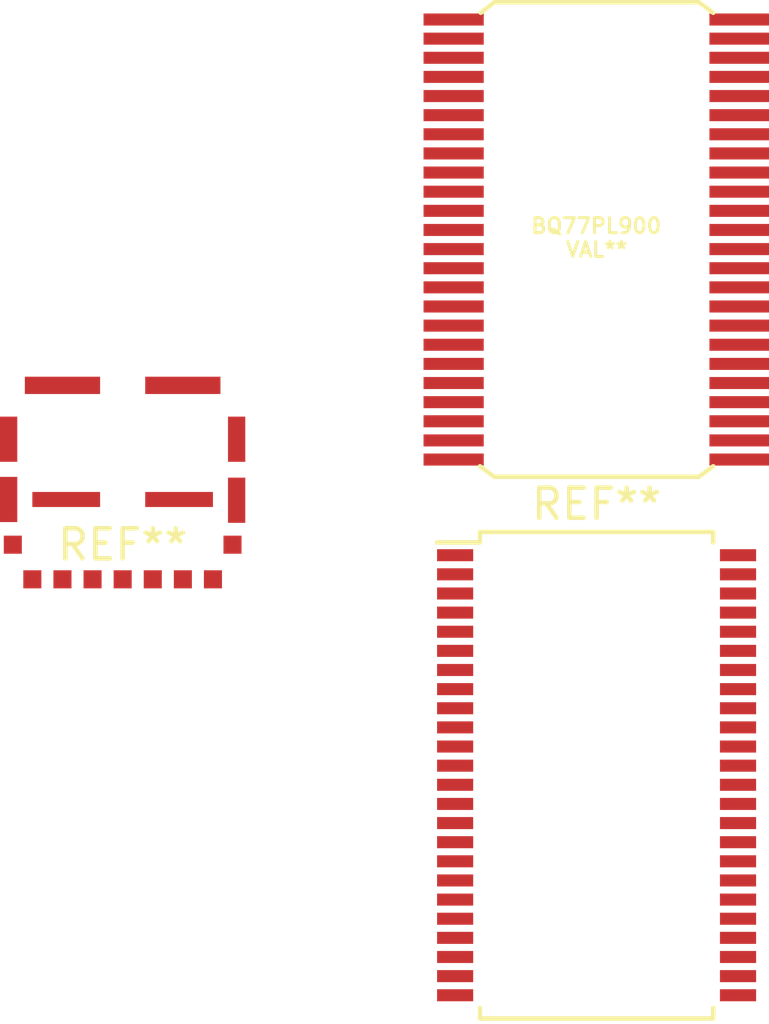
<source format=kicad_pcb>
(kicad_pcb (version 4) (host pcbnew 4.0.1+dfsg1-stable)

  (general
    (links 0)
    (no_connects 0)
    (area 147.945287 104.825999 177.174714 140.839)
    (thickness 1.6)
    (drawings 0)
    (tracks 0)
    (zones 0)
    (modules 3)
    (nets 1)
  )

  (page A3)
  (layers
    (0 F.Cu signal)
    (31 B.Cu signal)
    (32 B.Adhes user)
    (33 F.Adhes user)
    (34 B.Paste user)
    (35 F.Paste user)
    (36 B.SilkS user)
    (37 F.SilkS user)
    (38 B.Mask user)
    (39 F.Mask user)
    (40 Dwgs.User user)
    (41 Cmts.User user)
    (42 Eco1.User user)
    (43 Eco2.User user)
    (44 Edge.Cuts user)
  )

  (setup
    (last_trace_width 0.254)
    (trace_clearance 0.254)
    (zone_clearance 0.508)
    (zone_45_only no)
    (trace_min 0.254)
    (segment_width 0.2)
    (edge_width 0.1)
    (via_size 0.889)
    (via_drill 0.635)
    (via_min_size 0.889)
    (via_min_drill 0.508)
    (uvia_size 0.508)
    (uvia_drill 0.127)
    (uvias_allowed no)
    (uvia_min_size 0.508)
    (uvia_min_drill 0.127)
    (pcb_text_width 0.3)
    (pcb_text_size 1.5 1.5)
    (mod_edge_width 0.15)
    (mod_text_size 1 1)
    (mod_text_width 0.15)
    (pad_size 2 0.4)
    (pad_drill 0)
    (pad_to_mask_clearance 0)
    (aux_axis_origin 0 0)
    (visible_elements FFFFFFBF)
    (pcbplotparams
      (layerselection 0x00030_80000001)
      (usegerberextensions true)
      (excludeedgelayer true)
      (linewidth 0.150000)
      (plotframeref false)
      (viasonmask false)
      (mode 1)
      (useauxorigin false)
      (hpglpennumber 1)
      (hpglpenspeed 20)
      (hpglpendiameter 15)
      (hpglpenoverlay 2)
      (psnegative false)
      (psa4output false)
      (plotreference true)
      (plotvalue true)
      (plotinvisibletext false)
      (padsonsilk false)
      (subtractmaskfromsilk false)
      (outputformat 1)
      (mirror false)
      (drillshape 1)
      (scaleselection 1)
      (outputdirectory ""))
  )

  (net 0 "")

  (net_class Default "This is the default net class."
    (clearance 0.254)
    (trace_width 0.254)
    (via_dia 0.889)
    (via_drill 0.635)
    (uvia_dia 0.508)
    (uvia_drill 0.127)
  )

  (module Housings_SSOP:SSOP-48_7.5x15.9mm_Pitch0.635mm (layer F.Cu) (tedit 54130A77) (tstamp 55A87278)
    (at 162.56 130.81)
    (descr "SSOP48: plastic shrink small outline package; 48 leads; body width 7.5 mm; (see NXP SSOP-TSSOP-VSO-REFLOW.pdf and sot370-1_po.pdf)")
    (tags "SSOP 0.635")
    (attr smd)
    (fp_text reference REF** (at 0 -9) (layer F.SilkS)
      (effects (font (size 1 1) (thickness 0.15)))
    )
    (fp_text value SSOP-48_7.5x15.9mm_Pitch0.635mm (at 0 9) (layer F.Fab)
      (effects (font (size 1 1) (thickness 0.15)))
    )
    (fp_line (start -5.55 -8.25) (end -5.55 8.25) (layer F.CrtYd) (width 0.05))
    (fp_line (start 5.55 -8.25) (end 5.55 8.25) (layer F.CrtYd) (width 0.05))
    (fp_line (start -5.55 -8.25) (end 5.55 -8.25) (layer F.CrtYd) (width 0.05))
    (fp_line (start -5.55 8.25) (end 5.55 8.25) (layer F.CrtYd) (width 0.05))
    (fp_line (start -3.875 -8.075) (end -3.875 -7.7275) (layer F.SilkS) (width 0.15))
    (fp_line (start 3.875 -8.075) (end 3.875 -7.7275) (layer F.SilkS) (width 0.15))
    (fp_line (start 3.875 8.075) (end 3.875 7.7275) (layer F.SilkS) (width 0.15))
    (fp_line (start -3.875 8.075) (end -3.875 7.7275) (layer F.SilkS) (width 0.15))
    (fp_line (start -3.875 -8.075) (end 3.875 -8.075) (layer F.SilkS) (width 0.15))
    (fp_line (start -3.875 8.075) (end 3.875 8.075) (layer F.SilkS) (width 0.15))
    (fp_line (start -3.875 -7.7275) (end -5.3 -7.7275) (layer F.SilkS) (width 0.15))
    (pad 1 smd rect (at -4.7 -7.3025) (size 1.2 0.4) (layers F.Cu F.Paste F.Mask))
    (pad 2 smd rect (at -4.7 -6.6675) (size 1.2 0.4) (layers F.Cu F.Paste F.Mask))
    (pad 3 smd rect (at -4.7 -6.0325) (size 1.2 0.4) (layers F.Cu F.Paste F.Mask))
    (pad 4 smd rect (at -4.7 -5.3975) (size 1.2 0.4) (layers F.Cu F.Paste F.Mask))
    (pad 5 smd rect (at -4.7 -4.7625) (size 1.2 0.4) (layers F.Cu F.Paste F.Mask))
    (pad 6 smd rect (at -4.7 -4.1275) (size 1.2 0.4) (layers F.Cu F.Paste F.Mask))
    (pad 7 smd rect (at -4.7 -3.4925) (size 1.2 0.4) (layers F.Cu F.Paste F.Mask))
    (pad 8 smd rect (at -4.7 -2.8575) (size 1.2 0.4) (layers F.Cu F.Paste F.Mask))
    (pad 9 smd rect (at -4.7 -2.2225) (size 1.2 0.4) (layers F.Cu F.Paste F.Mask))
    (pad 10 smd rect (at -4.7 -1.5875) (size 1.2 0.4) (layers F.Cu F.Paste F.Mask))
    (pad 11 smd rect (at -4.7 -0.9525) (size 1.2 0.4) (layers F.Cu F.Paste F.Mask))
    (pad 12 smd rect (at -4.7 -0.3175) (size 1.2 0.4) (layers F.Cu F.Paste F.Mask))
    (pad 13 smd rect (at -4.7 0.3175) (size 1.2 0.4) (layers F.Cu F.Paste F.Mask))
    (pad 14 smd rect (at -4.7 0.9525) (size 1.2 0.4) (layers F.Cu F.Paste F.Mask))
    (pad 15 smd rect (at -4.7 1.5875) (size 1.2 0.4) (layers F.Cu F.Paste F.Mask))
    (pad 16 smd rect (at -4.7 2.2225) (size 1.2 0.4) (layers F.Cu F.Paste F.Mask))
    (pad 17 smd rect (at -4.7 2.8575) (size 1.2 0.4) (layers F.Cu F.Paste F.Mask))
    (pad 18 smd rect (at -4.7 3.4925) (size 1.2 0.4) (layers F.Cu F.Paste F.Mask))
    (pad 19 smd rect (at -4.7 4.1275) (size 1.2 0.4) (layers F.Cu F.Paste F.Mask))
    (pad 20 smd rect (at -4.7 4.7625) (size 1.2 0.4) (layers F.Cu F.Paste F.Mask))
    (pad 21 smd rect (at -4.7 5.3975) (size 1.2 0.4) (layers F.Cu F.Paste F.Mask))
    (pad 22 smd rect (at -4.7 6.0325) (size 1.2 0.4) (layers F.Cu F.Paste F.Mask))
    (pad 23 smd rect (at -4.7 6.6675) (size 1.2 0.4) (layers F.Cu F.Paste F.Mask))
    (pad 24 smd rect (at -4.7 7.3025) (size 1.2 0.4) (layers F.Cu F.Paste F.Mask))
    (pad 25 smd rect (at 4.7 7.3025) (size 1.2 0.4) (layers F.Cu F.Paste F.Mask))
    (pad 26 smd rect (at 4.7 6.6675) (size 1.2 0.4) (layers F.Cu F.Paste F.Mask))
    (pad 27 smd rect (at 4.7 6.0325) (size 1.2 0.4) (layers F.Cu F.Paste F.Mask))
    (pad 28 smd rect (at 4.7 5.3975) (size 1.2 0.4) (layers F.Cu F.Paste F.Mask))
    (pad 29 smd rect (at 4.7 4.7625) (size 1.2 0.4) (layers F.Cu F.Paste F.Mask))
    (pad 30 smd rect (at 4.7 4.1275) (size 1.2 0.4) (layers F.Cu F.Paste F.Mask))
    (pad 31 smd rect (at 4.7 3.4925) (size 1.2 0.4) (layers F.Cu F.Paste F.Mask))
    (pad 32 smd rect (at 4.7 2.8575) (size 1.2 0.4) (layers F.Cu F.Paste F.Mask))
    (pad 33 smd rect (at 4.7 2.2225) (size 1.2 0.4) (layers F.Cu F.Paste F.Mask))
    (pad 34 smd rect (at 4.7 1.5875) (size 1.2 0.4) (layers F.Cu F.Paste F.Mask))
    (pad 35 smd rect (at 4.7 0.9525) (size 1.2 0.4) (layers F.Cu F.Paste F.Mask))
    (pad 36 smd rect (at 4.7 0.3175) (size 1.2 0.4) (layers F.Cu F.Paste F.Mask))
    (pad 37 smd rect (at 4.7 -0.3175) (size 1.2 0.4) (layers F.Cu F.Paste F.Mask))
    (pad 38 smd rect (at 4.7 -0.9525) (size 1.2 0.4) (layers F.Cu F.Paste F.Mask))
    (pad 39 smd rect (at 4.7 -1.5875) (size 1.2 0.4) (layers F.Cu F.Paste F.Mask))
    (pad 40 smd rect (at 4.7 -2.2225) (size 1.2 0.4) (layers F.Cu F.Paste F.Mask))
    (pad 41 smd rect (at 4.7 -2.8575) (size 1.2 0.4) (layers F.Cu F.Paste F.Mask))
    (pad 42 smd rect (at 4.7 -3.4925) (size 1.2 0.4) (layers F.Cu F.Paste F.Mask))
    (pad 43 smd rect (at 4.7 -4.1275) (size 1.2 0.4) (layers F.Cu F.Paste F.Mask))
    (pad 44 smd rect (at 4.7 -4.7625) (size 1.2 0.4) (layers F.Cu F.Paste F.Mask))
    (pad 45 smd rect (at 4.7 -5.3975) (size 1.2 0.4) (layers F.Cu F.Paste F.Mask))
    (pad 46 smd rect (at 4.7 -6.0325) (size 1.2 0.4) (layers F.Cu F.Paste F.Mask))
    (pad 47 smd rect (at 4.7 -6.6675) (size 1.2 0.4) (layers F.Cu F.Paste F.Mask))
    (pad 48 smd rect (at 4.7 -7.3025) (size 1.2 0.4) (layers F.Cu F.Paste F.Mask))
    (model Housings_SSOP.3dshapes/SSOP-48_7.5x15.9mm_Pitch0.635mm.wrl
      (at (xyz 0 0 0))
      (scale (xyz 1 1 1))
      (rotate (xyz 0 0 0))
    )
  )

  (module LTC3:BQ77PL900 (layer F.Cu) (tedit 55A87E79) (tstamp 55A88B5C)
    (at 162.56 113.03)
    (fp_text reference BQ77PL900 (at -0.01016 -0.45212) (layer F.SilkS)
      (effects (font (size 0.5 0.5) (thickness 0.1)))
    )
    (fp_text value VAL** (at 0.00508 0.33528) (layer F.SilkS)
      (effects (font (size 0.5 0.5) (thickness 0.1)))
    )
    (fp_line (start 3.875 -7.525) (end 3.4 -7.875) (layer F.SilkS) (width 0.15))
    (fp_line (start 3.4 -7.875) (end -3.4 -7.875) (layer F.SilkS) (width 0.15))
    (fp_line (start -3.4 -7.875) (end -3.85 -7.525) (layer F.SilkS) (width 0.15))
    (fp_line (start 3.875 7.525) (end 3.4 7.875) (layer F.SilkS) (width 0.15))
    (fp_line (start 3.4 7.875) (end -3.4 7.875) (layer F.SilkS) (width 0.15))
    (fp_line (start -3.4 7.875) (end -3.875 7.525) (layer F.SilkS) (width 0.15))
    (pad 37 smd rect (at 4.75 -0.3175) (size 2 0.4) (layers F.Cu F.Paste F.Mask))
    (pad 38 smd rect (at 4.75 -0.9525) (size 2 0.4) (layers F.Cu F.Paste F.Mask))
    (pad 39 smd rect (at 4.75 -1.5875) (size 2 0.4) (layers F.Cu F.Paste F.Mask))
    (pad 40 smd rect (at 4.75 -2.2225) (size 2 0.4) (layers F.Cu F.Paste F.Mask))
    (pad 41 smd rect (at 4.75 -2.8575) (size 2 0.4) (layers F.Cu F.Paste F.Mask))
    (pad 42 smd rect (at 4.75 -3.4925) (size 2 0.4) (layers F.Cu F.Paste F.Mask))
    (pad 43 smd rect (at 4.75 -4.1275) (size 2 0.4) (layers F.Cu F.Paste F.Mask))
    (pad 44 smd rect (at 4.75 -4.7625) (size 2 0.4) (layers F.Cu F.Paste F.Mask))
    (pad 45 smd rect (at 4.75 -5.3975) (size 2 0.4) (layers F.Cu F.Paste F.Mask))
    (pad 46 smd rect (at 4.75 -6.0325) (size 2 0.4) (layers F.Cu F.Paste F.Mask))
    (pad 47 smd rect (at 4.75 -6.6675) (size 2 0.4) (layers F.Cu F.Paste F.Mask))
    (pad 48 smd rect (at 4.75 -7.3025) (size 2 0.4) (layers F.Cu F.Paste F.Mask))
    (pad 36 smd rect (at 4.75 0.3175) (size 2 0.4) (layers F.Cu F.Paste F.Mask))
    (pad 35 smd rect (at 4.75 0.9525) (size 2 0.4) (layers F.Cu F.Paste F.Mask))
    (pad 34 smd rect (at 4.75 1.5875) (size 2 0.4) (layers F.Cu F.Paste F.Mask))
    (pad 33 smd rect (at 4.75 2.2225) (size 2 0.4) (layers F.Cu F.Paste F.Mask))
    (pad 32 smd rect (at 4.75 2.8575) (size 2 0.4) (layers F.Cu F.Paste F.Mask))
    (pad 31 smd rect (at 4.75 3.4925) (size 2 0.4) (layers F.Cu F.Paste F.Mask))
    (pad 30 smd rect (at 4.75 4.1275) (size 2 0.4) (layers F.Cu F.Paste F.Mask))
    (pad 29 smd rect (at 4.75 4.7625) (size 2 0.4) (layers F.Cu F.Paste F.Mask))
    (pad 28 smd rect (at 4.75 5.3975) (size 2 0.4) (layers F.Cu F.Paste F.Mask))
    (pad 27 smd rect (at 4.75 6.0325) (size 2 0.4) (layers F.Cu F.Paste F.Mask))
    (pad 26 smd rect (at 4.75 6.6675) (size 2 0.4) (layers F.Cu F.Paste F.Mask))
    (pad 25 smd rect (at 4.75 7.3025) (size 2 0.4) (layers F.Cu F.Paste F.Mask))
    (pad 1 smd rect (at -4.75 -7.3025) (size 2 0.4) (layers F.Cu F.Paste F.Mask))
    (pad 2 smd rect (at -4.75 -6.6675) (size 2 0.4) (layers F.Cu F.Paste F.Mask))
    (pad 3 smd rect (at -4.75 -6.0325) (size 2 0.4) (layers F.Cu F.Paste F.Mask))
    (pad 4 smd rect (at -4.75 -5.3975) (size 2 0.4) (layers F.Cu F.Paste F.Mask))
    (pad 5 smd rect (at -4.75 -4.7625) (size 2 0.4) (layers F.Cu F.Paste F.Mask))
    (pad 6 smd rect (at -4.75 -4.1275) (size 2 0.4) (layers F.Cu F.Paste F.Mask))
    (pad 7 smd rect (at -4.75 -3.4925) (size 2 0.4) (layers F.Cu F.Paste F.Mask))
    (pad 8 smd rect (at -4.75 -2.8575) (size 2 0.4) (layers F.Cu F.Paste F.Mask))
    (pad 9 smd rect (at -4.75 -2.2225) (size 2 0.4) (layers F.Cu F.Paste F.Mask))
    (pad 10 smd rect (at -4.75 -1.5875) (size 2 0.4) (layers F.Cu F.Paste F.Mask))
    (pad 11 smd rect (at -4.75 -0.9525) (size 2 0.4) (layers F.Cu F.Paste F.Mask))
    (pad 12 smd rect (at -4.75 -0.3175) (size 2 0.4) (layers F.Cu F.Paste F.Mask))
    (pad 13 smd rect (at -4.75 0.3175) (size 2 0.4) (layers F.Cu F.Paste F.Mask))
    (pad 14 smd rect (at -4.75 0.9525) (size 2 0.4) (layers F.Cu F.Paste F.Mask))
    (pad 15 smd rect (at -4.75 1.5875) (size 2 0.4) (layers F.Cu F.Paste F.Mask))
    (pad 16 smd rect (at -4.75 2.2225) (size 2 0.4) (layers F.Cu F.Paste F.Mask))
    (pad 17 smd rect (at -4.75 2.8575) (size 2 0.4) (layers F.Cu F.Paste F.Mask))
    (pad 18 smd rect (at -4.75 3.4925) (size 2 0.4) (layers F.Cu F.Paste F.Mask))
    (pad 19 smd rect (at -4.75 4.1275) (size 2 0.4) (layers F.Cu F.Paste F.Mask))
    (pad 20 smd rect (at -4.75 4.7625) (size 2 0.4) (layers F.Cu F.Paste F.Mask))
    (pad 21 smd rect (at -4.75 5.3975) (size 2 0.4) (layers F.Cu F.Paste F.Mask))
    (pad 22 smd rect (at -4.75 6.0325) (size 2 0.4) (layers F.Cu F.Paste F.Mask))
    (pad 23 smd rect (at -4.75 6.6675) (size 2 0.4) (layers F.Cu F.Paste F.Mask))
    (pad 24 smd rect (at -4.75 7.3025) (size 2 0.4) (layers F.Cu F.Paste F.Mask))
  )

  (module LTC3:LGA-17 (layer F.Cu) (tedit 56DB6D89) (tstamp 56E48044)
    (at 146.812 121.158)
    (fp_text reference REF** (at 0 2) (layer F.SilkS)
      (effects (font (size 1 1) (thickness 0.15)))
    )
    (fp_text value LGA-17 (at 0 0) (layer F.Fab)
      (effects (font (size 1 1) (thickness 0.15)))
    )
    (fp_line (start 4 3.5) (end 4 -3.5) (layer Dwgs.User) (width 0.15))
    (fp_line (start 4 -3.5) (end -4 -3.5) (layer Dwgs.User) (width 0.15))
    (fp_line (start -4 -3.5) (end -4 3.5) (layer Dwgs.User) (width 0.15))
    (fp_line (start -4 3.5) (end 4 3.5) (layer Dwgs.User) (width 0.15))
    (pad 8 smd rect (at 3.65 2) (size 0.6 0.6) (layers F.Cu F.Paste F.Mask)
      (solder_mask_margin 0.05))
    (pad 7 smd rect (at 3 3.15) (size 0.6 0.6) (layers F.Cu F.Paste F.Mask)
      (solder_mask_margin 0.05))
    (pad 6 smd rect (at 2 3.15) (size 0.6 0.6) (layers F.Cu F.Paste F.Mask)
      (solder_mask_margin 0.05))
    (pad 5 smd rect (at 1 3.15) (size 0.6 0.6) (layers F.Cu F.Paste F.Mask)
      (solder_mask_margin 0.05))
    (pad 4 smd rect (at 0 3.15) (size 0.6 0.6) (layers F.Cu F.Paste F.Mask)
      (solder_mask_margin 0.05))
    (pad 3 smd rect (at -1 3.15) (size 0.6 0.6) (layers F.Cu F.Paste F.Mask)
      (solder_mask_margin 0.05))
    (pad 2 smd rect (at -2 3.15) (size 0.6 0.6) (layers F.Cu F.Paste F.Mask)
      (solder_mask_margin 0.05))
    (pad 1 smd rect (at -3 3.15) (size 0.6 0.6) (layers F.Cu F.Paste F.Mask)
      (solder_mask_margin 0.05))
    (pad 15 smd rect (at -3.65 2) (size 0.6 0.6) (layers F.Cu F.Paste F.Mask)
      (solder_mask_margin 0.05))
    (pad 14 smd rect (at -3.788 0.5) (size 0.575 1.5) (layers F.Cu F.Paste F.Mask)
      (solder_mask_margin 0.05))
    (pad 13 smd rect (at -3.788 -1.5) (size 0.575 1.5) (layers F.Cu F.Paste F.Mask)
      (solder_mask_margin 0.05))
    (pad 9 smd rect (at 3.788 0.525) (size 0.575 1.5) (layers F.Cu F.Paste F.Mask)
      (solder_mask_margin 0.05))
    (pad 10 smd rect (at 3.788 -1.5) (size 0.575 1.5) (layers F.Cu F.Paste F.Mask)
      (solder_mask_margin 0.05))
    (pad 17 smd rect (at 1.875 0.5) (size 2.25 0.5) (layers F.Cu F.Paste F.Mask)
      (solder_mask_margin 0.05))
    (pad 16 smd rect (at -1.875 0.5) (size 2.25 0.5) (layers F.Cu F.Paste F.Mask)
      (solder_mask_margin 0.05))
    (pad 11 smd rect (at 2 -3.288) (size 2.5 0.575) (layers F.Cu F.Paste F.Mask)
      (solder_mask_margin 0.05))
    (pad 12 smd rect (at -2 -3.288) (size 2.5 0.575) (layers F.Cu F.Paste F.Mask)
      (solder_mask_margin 0.05))
  )

)

</source>
